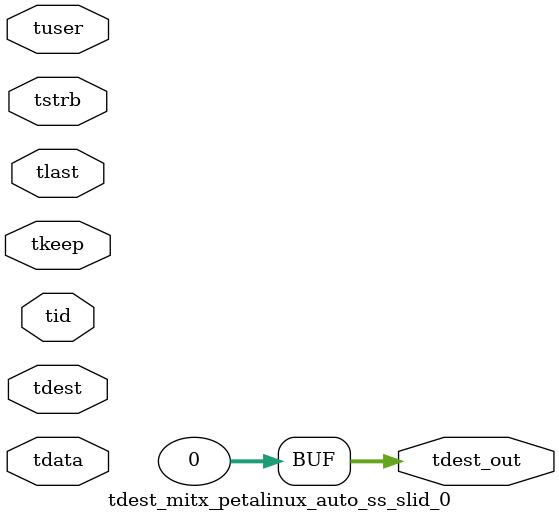
<source format=v>


`timescale 1ps/1ps

module tdest_mitx_petalinux_auto_ss_slid_0 #
(
parameter C_S_AXIS_TDATA_WIDTH = 32,
parameter C_S_AXIS_TUSER_WIDTH = 0,
parameter C_S_AXIS_TID_WIDTH   = 0,
parameter C_S_AXIS_TDEST_WIDTH = 0,
parameter C_M_AXIS_TDEST_WIDTH = 32
)
(
input  [(C_S_AXIS_TDATA_WIDTH == 0 ? 1 : C_S_AXIS_TDATA_WIDTH)-1:0     ] tdata,
input  [(C_S_AXIS_TUSER_WIDTH == 0 ? 1 : C_S_AXIS_TUSER_WIDTH)-1:0     ] tuser,
input  [(C_S_AXIS_TID_WIDTH   == 0 ? 1 : C_S_AXIS_TID_WIDTH)-1:0       ] tid,
input  [(C_S_AXIS_TDEST_WIDTH == 0 ? 1 : C_S_AXIS_TDEST_WIDTH)-1:0     ] tdest,
input  [(C_S_AXIS_TDATA_WIDTH/8)-1:0 ] tkeep,
input  [(C_S_AXIS_TDATA_WIDTH/8)-1:0 ] tstrb,
input                                                                    tlast,
output [C_M_AXIS_TDEST_WIDTH-1:0] tdest_out
);

assign tdest_out = {2'b00};

endmodule


</source>
